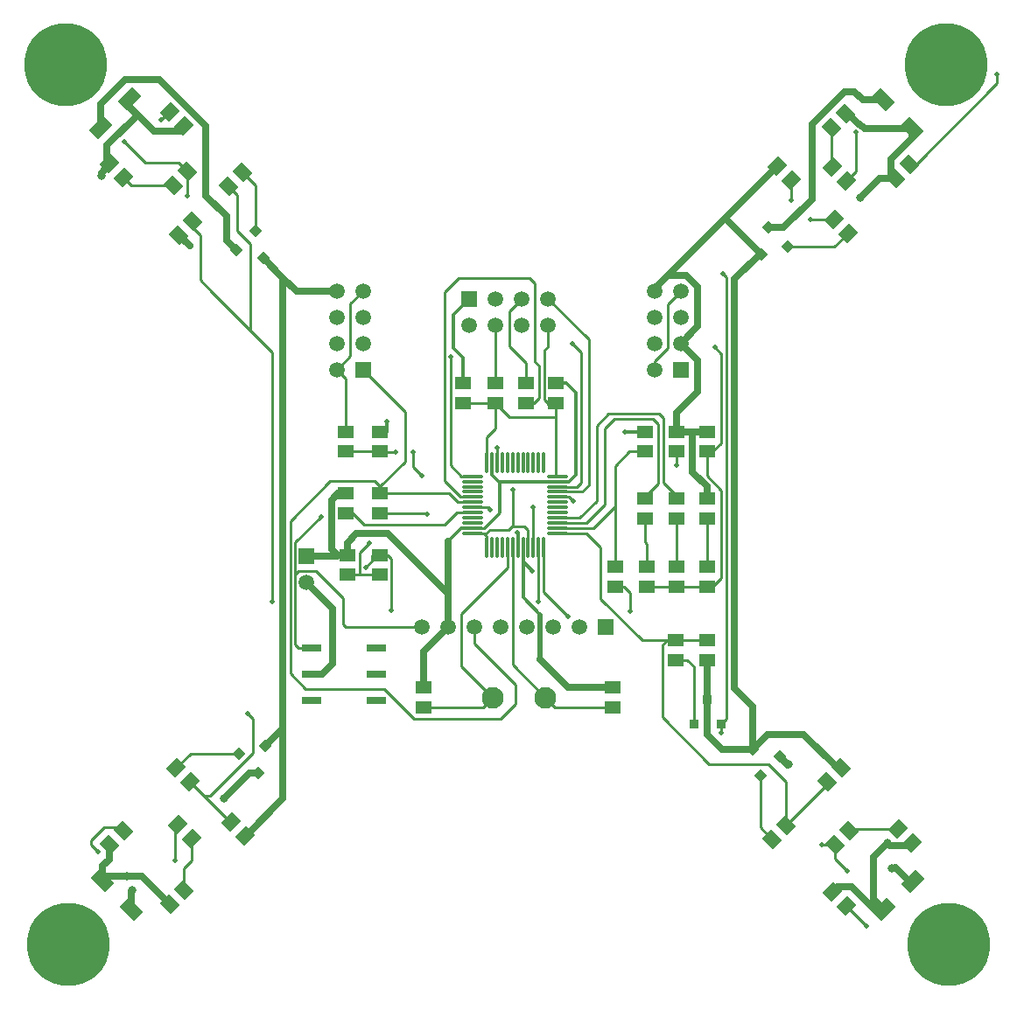
<source format=gtl>
%FSLAX25Y25*%
%MOIN*%
G70*
G01*
G75*
G04 Layer_Physical_Order=1*
G04 Layer_Color=255*
%ADD10R,0.05906X0.05118*%
%ADD11R,0.07480X0.02756*%
G04:AMPARAMS|DCode=12|XSize=59.06mil|YSize=51.18mil|CornerRadius=0mil|HoleSize=0mil|Usage=FLASHONLY|Rotation=315.000|XOffset=0mil|YOffset=0mil|HoleType=Round|Shape=Rectangle|*
%AMROTATEDRECTD12*
4,1,4,-0.03897,0.00278,-0.00278,0.03897,0.03897,-0.00278,0.00278,-0.03897,-0.03897,0.00278,0.0*
%
%ADD12ROTATEDRECTD12*%

G04:AMPARAMS|DCode=13|XSize=59.06mil|YSize=51.18mil|CornerRadius=0mil|HoleSize=0mil|Usage=FLASHONLY|Rotation=225.000|XOffset=0mil|YOffset=0mil|HoleType=Round|Shape=Rectangle|*
%AMROTATEDRECTD13*
4,1,4,0.00278,0.03897,0.03897,0.00278,-0.00278,-0.03897,-0.03897,-0.00278,0.00278,0.03897,0.0*
%
%ADD13ROTATEDRECTD13*%

%ADD14O,0.08268X0.01181*%
%ADD15O,0.01181X0.08268*%
G04:AMPARAMS|DCode=16|XSize=78.74mil|YSize=47.24mil|CornerRadius=0mil|HoleSize=0mil|Usage=FLASHONLY|Rotation=225.000|XOffset=0mil|YOffset=0mil|HoleType=Round|Shape=Rectangle|*
%AMROTATEDRECTD16*
4,1,4,0.01114,0.04454,0.04454,0.01114,-0.01114,-0.04454,-0.04454,-0.01114,0.01114,0.04454,0.0*
%
%ADD16ROTATEDRECTD16*%

G04:AMPARAMS|DCode=17|XSize=78.74mil|YSize=47.24mil|CornerRadius=0mil|HoleSize=0mil|Usage=FLASHONLY|Rotation=135.000|XOffset=0mil|YOffset=0mil|HoleType=Round|Shape=Rectangle|*
%AMROTATEDRECTD17*
4,1,4,0.04454,-0.01114,0.01114,-0.04454,-0.04454,0.01114,-0.01114,0.04454,0.04454,-0.01114,0.0*
%
%ADD17ROTATEDRECTD17*%

G04:AMPARAMS|DCode=18|XSize=35.43mil|YSize=37.4mil|CornerRadius=0mil|HoleSize=0mil|Usage=FLASHONLY|Rotation=225.000|XOffset=0mil|YOffset=0mil|HoleType=Round|Shape=Rectangle|*
%AMROTATEDRECTD18*
4,1,4,-0.00070,0.02575,0.02575,-0.00070,0.00070,-0.02575,-0.02575,0.00070,-0.00070,0.02575,0.0*
%
%ADD18ROTATEDRECTD18*%

G04:AMPARAMS|DCode=19|XSize=35.43mil|YSize=37.4mil|CornerRadius=0mil|HoleSize=0mil|Usage=FLASHONLY|Rotation=225.000|XOffset=0mil|YOffset=0mil|HoleType=Round|Shape=Rectangle|*
%AMROTATEDRECTD19*
4,1,4,-0.00070,0.02575,0.02575,-0.00070,0.00070,-0.02575,-0.02575,0.00070,-0.00070,0.02575,0.0*
%
%ADD19ROTATEDRECTD19*%

G04:AMPARAMS|DCode=20|XSize=35.43mil|YSize=37.4mil|CornerRadius=0mil|HoleSize=0mil|Usage=FLASHONLY|Rotation=315.000|XOffset=0mil|YOffset=0mil|HoleType=Round|Shape=Rectangle|*
%AMROTATEDRECTD20*
4,1,4,-0.02575,-0.00070,0.00070,0.02575,0.02575,0.00070,-0.00070,-0.02575,-0.02575,-0.00070,0.0*
%
%ADD20ROTATEDRECTD20*%

G04:AMPARAMS|DCode=21|XSize=35.43mil|YSize=37.4mil|CornerRadius=0mil|HoleSize=0mil|Usage=FLASHONLY|Rotation=315.000|XOffset=0mil|YOffset=0mil|HoleType=Round|Shape=Rectangle|*
%AMROTATEDRECTD21*
4,1,4,-0.02575,-0.00070,0.00070,0.02575,0.02575,0.00070,-0.00070,-0.02575,-0.02575,-0.00070,0.0*
%
%ADD21ROTATEDRECTD21*%

%ADD22R,0.03543X0.03740*%
%ADD23R,0.03543X0.03740*%
%ADD24C,0.01063*%
%ADD25C,0.01181*%
%ADD26C,0.02756*%
%ADD27C,0.01969*%
%ADD28C,0.05906*%
%ADD29R,0.05906X0.05906*%
%ADD30R,0.05906X0.05906*%
%ADD31C,0.31496*%
%ADD32C,0.08268*%
%ADD33C,0.01969*%
%ADD34C,0.03150*%
D10*
X453500Y801760D02*
D03*
Y809240D02*
D03*
X442000Y801760D02*
D03*
Y809240D02*
D03*
X430000Y801760D02*
D03*
Y809240D02*
D03*
X453500Y783240D02*
D03*
Y775760D02*
D03*
X442000Y783240D02*
D03*
Y775760D02*
D03*
X430500Y783240D02*
D03*
Y775760D02*
D03*
X384500Y845760D02*
D03*
Y853240D02*
D03*
X373000D02*
D03*
Y845760D02*
D03*
X360500Y853240D02*
D03*
Y845760D02*
D03*
X316500Y787740D02*
D03*
Y780260D02*
D03*
X453500Y834740D02*
D03*
Y827260D02*
D03*
X396000Y853240D02*
D03*
Y845760D02*
D03*
X453500Y747760D02*
D03*
Y755240D02*
D03*
X441500Y747760D02*
D03*
Y755240D02*
D03*
X329000Y827260D02*
D03*
Y834740D02*
D03*
X316000Y827260D02*
D03*
Y834740D02*
D03*
X329000Y780260D02*
D03*
Y787740D02*
D03*
Y803760D02*
D03*
Y811240D02*
D03*
X316000D02*
D03*
Y803760D02*
D03*
X442000Y834740D02*
D03*
Y827260D02*
D03*
X418500Y783240D02*
D03*
Y775760D02*
D03*
X430000Y827260D02*
D03*
Y834740D02*
D03*
X417500Y737240D02*
D03*
Y729760D02*
D03*
X345500D02*
D03*
Y737240D02*
D03*
D11*
X327500Y732500D02*
D03*
Y742500D02*
D03*
Y752500D02*
D03*
X303000Y732500D02*
D03*
Y742500D02*
D03*
Y752500D02*
D03*
D12*
X507645Y682645D02*
D03*
X502355Y677355D02*
D03*
X478355Y679355D02*
D03*
X483645Y684645D02*
D03*
X504645Y706645D02*
D03*
X499355Y701355D02*
D03*
X506145Y956145D02*
D03*
X500855Y950855D02*
D03*
X525355Y931355D02*
D03*
X530645Y936645D02*
D03*
X250355Y928855D02*
D03*
X255645Y934145D02*
D03*
X248855Y654855D02*
D03*
X254145Y660145D02*
D03*
X225855Y677355D02*
D03*
X231145Y682645D02*
D03*
X276645Y933645D02*
D03*
X271355Y928355D02*
D03*
X252355Y909855D02*
D03*
X257645Y915145D02*
D03*
D13*
X531463Y678037D02*
D03*
X526173Y683327D02*
D03*
X501173Y659327D02*
D03*
X506463Y654037D02*
D03*
X507145Y910355D02*
D03*
X501855Y915645D02*
D03*
X480355Y936145D02*
D03*
X485645Y930855D02*
D03*
X501355Y935645D02*
D03*
X506645Y930355D02*
D03*
X257145Y679855D02*
D03*
X251855Y685145D02*
D03*
X277645Y680855D02*
D03*
X272355Y686145D02*
D03*
X251355Y706645D02*
D03*
X256645Y701355D02*
D03*
X254145Y951355D02*
D03*
X248855Y956645D02*
D03*
X225855Y937145D02*
D03*
X231145Y931855D02*
D03*
D14*
X364358Y796173D02*
D03*
Y798142D02*
D03*
X364358Y800110D02*
D03*
Y802079D02*
D03*
Y804047D02*
D03*
Y806016D02*
D03*
Y807984D02*
D03*
Y809953D02*
D03*
Y811921D02*
D03*
Y813890D02*
D03*
X364358Y815858D02*
D03*
Y817827D02*
D03*
X396642D02*
D03*
Y815858D02*
D03*
X396642Y813890D02*
D03*
Y811921D02*
D03*
Y809953D02*
D03*
Y807984D02*
D03*
Y806016D02*
D03*
Y804047D02*
D03*
Y802079D02*
D03*
Y800110D02*
D03*
X396642Y798142D02*
D03*
Y796173D02*
D03*
D15*
X369673Y823142D02*
D03*
X371642D02*
D03*
X373610Y823142D02*
D03*
X375579D02*
D03*
X377547D02*
D03*
X379516D02*
D03*
X381484D02*
D03*
X383453D02*
D03*
X385421D02*
D03*
X387390D02*
D03*
X389358Y823142D02*
D03*
X391327D02*
D03*
Y790858D02*
D03*
X389358D02*
D03*
X387390Y790858D02*
D03*
X385421D02*
D03*
X383453D02*
D03*
X381484D02*
D03*
X379516D02*
D03*
X377547D02*
D03*
X375579D02*
D03*
X373610D02*
D03*
X371642Y790858D02*
D03*
X369673D02*
D03*
D16*
X521105Y652581D02*
D03*
X532065Y663542D02*
D03*
X233713Y961601D02*
D03*
X222753Y950640D02*
D03*
D17*
X223399Y663713D02*
D03*
X234360Y652753D02*
D03*
X531601Y950287D02*
D03*
X520640Y961247D02*
D03*
D18*
X284544Y901116D02*
D03*
X281707Y911364D02*
D03*
X470956Y713884D02*
D03*
X473793Y703636D02*
D03*
D19*
X274282Y903939D02*
D03*
X481218Y711061D02*
D03*
D20*
X285384Y715044D02*
D03*
X275136Y712207D02*
D03*
X474116Y902456D02*
D03*
X484364Y905293D02*
D03*
D21*
X282561Y704782D02*
D03*
X476939Y912718D02*
D03*
D22*
X453740Y732752D02*
D03*
X448500Y723500D02*
D03*
D23*
X459000D02*
D03*
D24*
X442000Y809240D02*
Y810500D01*
X437000Y815500D02*
X442000Y810500D01*
X437000Y815500D02*
Y839971D01*
X433000Y839809D02*
X435000Y837809D01*
Y815000D02*
Y837809D01*
X430000Y810000D02*
X435000Y815000D01*
X435311Y841660D02*
X437000Y839971D01*
X388000Y861400D02*
X389500Y859900D01*
Y847600D02*
Y859900D01*
X387660Y845760D02*
X389500Y847600D01*
X378260Y840500D02*
X396000D01*
X373000Y845760D02*
X378260Y840500D01*
X392940Y844940D02*
Y845760D01*
X483645Y684645D02*
Y701355D01*
X476900Y708100D02*
X483645Y701355D01*
X454400Y708100D02*
X476900D01*
X365000Y754000D02*
X380500Y738500D01*
Y731000D02*
Y738500D01*
X375000Y725500D02*
X380500Y731000D01*
X365000Y754000D02*
Y760500D01*
X379516Y745984D02*
Y790858D01*
Y745984D02*
X392000Y733500D01*
X405500Y815500D02*
Y865200D01*
X403890Y813890D02*
X405500Y815500D01*
X396642Y813890D02*
X403890D01*
X402200Y868500D02*
X405500Y865200D01*
X393000Y885500D02*
X408500Y870000D01*
Y814500D02*
Y870000D01*
X405921Y811921D02*
X408500Y814500D01*
X411500Y837100D02*
X416060Y841660D01*
X411500Y808500D02*
Y837100D01*
X405079Y802079D02*
X411500Y808500D01*
X396642Y802079D02*
X405079D01*
X396642Y811921D02*
X405921D01*
X391327Y773623D02*
X400450Y764500D01*
X391327Y773623D02*
Y790858D01*
X316500Y780260D02*
X325933D01*
X321297D02*
Y788697D01*
X323600Y783200D02*
X326000Y785600D01*
X321297Y788697D02*
X324850Y792250D01*
X436500Y726000D02*
X454400Y708100D01*
X436500Y726000D02*
Y753300D01*
X358516Y807984D02*
X364358D01*
X355260Y811240D02*
X358516Y807984D01*
X329000Y811240D02*
X355260D01*
X359547Y809953D02*
X364358D01*
X353500Y816000D02*
X359547Y809953D01*
X353500Y816000D02*
Y888000D01*
X360000Y765353D02*
X377547Y782900D01*
X360000Y745500D02*
Y765353D01*
Y745500D02*
X372000Y733500D01*
X317706Y863706D02*
Y883706D01*
X312500Y858500D02*
X317706Y863706D01*
X341500Y821500D02*
X345000Y818000D01*
X341500Y821500D02*
Y827000D01*
X338500Y823500D02*
Y842500D01*
X329000Y814000D02*
X338500Y823500D01*
X322500Y858500D02*
X338500Y842500D01*
X329000Y827260D02*
X329260Y827000D01*
X335000D01*
X327000Y816000D02*
X329000Y814000D01*
Y811240D02*
Y814000D01*
X310100Y816000D02*
X327000D01*
X294800Y800700D02*
X310100Y816000D01*
X276645Y933645D02*
X281707Y928582D01*
X564100Y967600D02*
Y971200D01*
X533145Y936645D02*
X564100Y967600D01*
X530645Y936645D02*
X533145D01*
X510300Y934010D02*
Y949000D01*
X506645Y930355D02*
X510300Y934010D01*
X280500Y712500D02*
Y725400D01*
X264128Y696128D02*
X280500Y712500D01*
X261872Y696128D02*
X264128D01*
X500855Y936145D02*
Y953855D01*
Y936145D02*
X501355Y935645D01*
X502082Y905293D02*
X507145Y910355D01*
X484364Y905293D02*
X502082D01*
X410142Y798142D02*
X418500Y806500D01*
X436500Y753300D02*
X438440Y755240D01*
X459000Y723500D02*
X461000Y725500D01*
X507645Y682645D02*
X508327Y683327D01*
X219000Y678900D02*
X224100Y684000D01*
X219000Y677336D02*
Y678900D01*
Y677336D02*
X221600Y674736D01*
X229789Y684000D02*
X231145Y682645D01*
X224100Y684000D02*
X229789D01*
X251355Y706645D02*
X256918Y712207D01*
X252290Y937500D02*
X255645Y934145D01*
X239500Y937500D02*
X252290D01*
X231500Y945500D02*
X239500Y937500D01*
X234145Y928855D02*
X250355D01*
X231145Y931855D02*
X234145Y928855D01*
X473793Y683918D02*
X478355Y679355D01*
X473793Y683918D02*
Y703636D01*
X459000Y830500D02*
Y864500D01*
X455760Y827260D02*
X459000Y830500D01*
X453500Y827260D02*
X455760D01*
X456500Y867000D02*
X459000Y864500D01*
Y779000D02*
Y812500D01*
X453500Y818000D02*
X459000Y812500D01*
X453500Y818000D02*
Y827260D01*
X455760Y775760D02*
X459000Y779000D01*
X453500Y775760D02*
X455760D01*
X459700Y894900D02*
X461000Y893600D01*
Y725500D02*
Y893600D01*
X271855Y686145D02*
X272355D01*
X256645Y701355D02*
X271855Y686145D01*
X256145Y914145D02*
X260500Y909789D01*
Y892572D02*
Y909789D01*
Y892572D02*
X265072Y888000D01*
X483645Y684645D02*
X499355Y700355D01*
Y701355D01*
X377994Y797500D02*
X379194Y798700D01*
X370823Y797500D02*
X377994D01*
X368998Y795675D02*
X370823Y797500D01*
X368642Y798142D02*
X374600Y804100D01*
X364358Y798142D02*
X368642D01*
X323000Y799500D02*
X353600D01*
X318740Y803760D02*
X323000Y799500D01*
X316000Y803760D02*
X318740D01*
X353600Y799500D02*
X358147Y804047D01*
X368998Y795675D02*
X369673Y795000D01*
X368500Y796173D02*
X368998Y795675D01*
X369673Y790858D02*
Y795000D01*
X364358Y796173D02*
X368500D01*
X385421Y790858D02*
Y797379D01*
X384100Y798700D02*
X385421Y797379D01*
X329000Y803760D02*
X346740D01*
X347000Y803500D01*
X296700Y792700D02*
X306500Y802500D01*
X296700Y780500D02*
Y792700D01*
X265072Y888000D02*
X288000Y865072D01*
Y770000D02*
Y865072D01*
X278500Y727400D02*
X280500Y725400D01*
X304600Y781800D02*
X315000Y771400D01*
Y761500D02*
Y771400D01*
Y761500D02*
X316000Y760500D01*
X271355Y928355D02*
X274500Y925211D01*
Y911500D02*
Y925211D01*
Y911500D02*
X279500Y906500D01*
Y874000D02*
Y906500D01*
X296700Y753800D02*
Y780500D01*
X326000Y785600D02*
Y787740D01*
X438440Y755240D02*
X441500D01*
X429060D02*
X438440D01*
X418500Y792000D02*
Y821760D01*
X506463Y653800D02*
X507064D01*
X392940Y845760D02*
X396000D01*
X379600Y798700D02*
X384100D01*
X379194D02*
X379600D01*
X373610Y823142D02*
Y828600D01*
X326000Y787740D02*
X329000D01*
X364358Y806016D02*
X370700Y806000D01*
X370684Y806016D02*
X370700Y806000D01*
X364358Y806016D02*
X370684D01*
X294800Y742700D02*
Y800700D01*
Y742700D02*
X300700Y736800D01*
X330600D01*
X341900Y725500D01*
X375000D01*
X381400Y796300D02*
X381484Y796216D01*
X316000Y827260D02*
X329000D01*
X389358Y769900D02*
Y790858D01*
X387390Y790858D02*
Y806090D01*
X395740Y729760D02*
X417500D01*
X392000Y733500D02*
X395740Y729760D01*
X345500D02*
X368260D01*
X372000Y733500D01*
X234360Y659760D02*
X234700Y660100D01*
X497145Y677355D02*
X502355D01*
X255645Y924700D02*
Y934145D01*
X433500Y858500D02*
Y861800D01*
X438500Y866800D01*
Y883500D01*
X443500Y888500D01*
X396000Y818468D02*
Y845760D01*
Y818468D02*
X396642Y817827D01*
X379600Y798700D02*
Y812600D01*
X325933Y780260D02*
X329000Y780260D01*
X316000Y834740D02*
Y855000D01*
X312500Y858500D02*
X316000Y855000D01*
X384500Y853240D02*
Y861200D01*
X378300Y867400D02*
X384500Y861200D01*
X378300Y867400D02*
Y880800D01*
X383000Y885500D01*
X358147Y804047D02*
X364358D01*
X442000Y821900D02*
Y827260D01*
X401047Y809953D02*
X402600Y808400D01*
X396642Y809953D02*
X401047D01*
X396642Y800110D02*
X407510D01*
X414500Y807100D01*
Y836000D01*
X418309Y839809D01*
X433000D01*
X430000Y809240D02*
Y810000D01*
X416060Y841660D02*
X435311D01*
X424200Y766400D02*
Y773560D01*
X422000Y775760D02*
X424200Y773560D01*
X418500Y775760D02*
X422000D01*
X355900Y821927D02*
Y863500D01*
Y821927D02*
X360000Y817827D01*
X364358D01*
X384500Y845760D02*
X387660D01*
X388000Y861400D02*
Y891400D01*
X386000Y893400D02*
X388000Y891400D01*
X358900Y893400D02*
X386000D01*
X353500Y888000D02*
X358900Y893400D01*
X418500Y783240D02*
Y792000D01*
X396642Y798142D02*
X410142D01*
X413100Y771200D02*
X429060Y755240D01*
X413100Y771200D02*
Y790623D01*
X407550Y796173D02*
X413100Y790623D01*
X396642Y796173D02*
X407550D01*
X485645Y922900D02*
Y930855D01*
X492900Y915645D02*
X501855D01*
X281707Y911364D02*
Y928582D01*
X459000Y719900D02*
Y723500D01*
X250855Y671255D02*
Y685145D01*
X317706Y883706D02*
X322500Y888500D01*
X316000Y760500D02*
X345000D01*
X298000Y781800D02*
X304600D01*
X296700Y780500D02*
X298000Y781800D01*
Y752500D02*
X303000D01*
X333300Y766800D02*
Y786440D01*
X332000Y787740D02*
X333300Y786440D01*
X329000Y787740D02*
X332000D01*
X248855Y956955D02*
Y959145D01*
X245600Y953700D02*
X248855Y956955D01*
X377547Y782900D02*
Y790858D01*
X502355Y672145D02*
Y677355D01*
Y672145D02*
X507000Y667500D01*
X506463Y653800D02*
Y654037D01*
X507064Y653800D02*
X514400Y646464D01*
X441500Y747760D02*
X446000D01*
X448500Y745260D01*
Y723500D02*
Y745260D01*
X296700Y753800D02*
X298000Y752500D01*
X508327Y683327D02*
X526173D01*
X424000Y827260D02*
X430000D01*
X418500Y821760D02*
X424000Y827260D01*
X369673Y823142D02*
Y832873D01*
X373000Y836200D01*
Y845760D01*
X393000Y867200D02*
Y875500D01*
X391700Y865900D02*
X393000Y867200D01*
X391700Y847000D02*
Y865900D01*
Y847000D02*
X392940Y845760D01*
X256918Y712207D02*
X275136D01*
X441500Y755240D02*
X453500D01*
X257145Y671400D02*
Y679855D01*
X254145Y668400D02*
X257145Y671400D01*
X254145Y660145D02*
Y668400D01*
X453500Y783240D02*
Y801760D01*
X442000Y783240D02*
Y801760D01*
X430000Y792700D02*
Y801760D01*
Y792700D02*
X430500Y792200D01*
Y783240D02*
Y792200D01*
Y775760D02*
X442000D01*
X453500D01*
X366700Y845760D02*
X373000D01*
X366700Y845760D02*
X366700Y845760D01*
X360500Y845760D02*
X366700D01*
X373000Y853240D02*
Y875500D01*
D25*
X399854Y853240D02*
X403500Y849594D01*
Y818358D02*
Y849594D01*
X401000Y815858D02*
X403500Y818358D01*
X464000Y893000D02*
X464044D01*
X503210Y706645D02*
X504645D01*
X374600Y804100D02*
Y815500D01*
X355000Y793142D02*
X360000Y798142D01*
X364358D01*
X374242Y815858D02*
X396642D01*
X374242D02*
X374600Y815500D01*
X357000Y879500D02*
X363000Y885500D01*
X357000Y866700D02*
Y879500D01*
Y866700D02*
X360500Y863200D01*
X256500Y905500D02*
Y905711D01*
X256000Y905500D02*
X256500D01*
X422140Y834740D02*
X430000D01*
X371642Y818458D02*
X374242Y815858D01*
X383453Y771700D02*
Y785400D01*
X331600Y834740D02*
Y838600D01*
X381484Y790858D02*
Y796216D01*
X383453Y771700D02*
X390000Y765153D01*
X277645Y680855D02*
X277900D01*
X396642Y815858D02*
X401000D01*
X396000Y853240D02*
X399854D01*
X371642Y818458D02*
Y823142D01*
X383453Y785400D02*
X387000Y781853D01*
X383453Y785400D02*
Y790858D01*
X329000Y834740D02*
X331600D01*
X360500Y853240D02*
Y863200D01*
X285300Y715044D02*
X285384D01*
X312940Y811240D02*
X316000D01*
D26*
X223000Y932500D02*
Y933500D01*
X225082Y935582D02*
Y944082D01*
X530458Y663542D02*
X532065D01*
X525250Y668750D02*
X530458Y663542D01*
X517000Y672737D02*
X522300Y678037D01*
X517000Y656686D02*
Y672737D01*
Y656686D02*
X521105Y652581D01*
X238211Y665500D02*
X248855Y654855D01*
X225186Y665500D02*
X238211D01*
X223399Y663713D02*
X225186Y665500D01*
X262700Y924800D02*
Y951300D01*
X245000Y969000D02*
X262700Y951300D01*
X232000Y969000D02*
X245000D01*
X253000Y949500D02*
X254145Y950645D01*
X243000Y949500D02*
X253000D01*
X222753Y959753D02*
X232000Y969000D01*
X222753Y950640D02*
Y959753D01*
X511605Y952150D02*
X513467Y950287D01*
X531601D01*
X511350Y952150D02*
X511605D01*
X507645Y955855D02*
X511350Y952150D01*
X506000Y964500D02*
X509605D01*
X493500Y952000D02*
X506000Y964500D01*
X493500Y923518D02*
Y952000D01*
X482700Y912718D02*
X493500Y923518D01*
X530500Y677000D02*
X531000Y676500D01*
X523337Y677000D02*
X530500D01*
X522300Y678037D02*
X523337Y677000D01*
X433500Y888500D02*
Y889289D01*
X480355Y936145D01*
X460573Y916000D02*
X474116Y902456D01*
X223000Y933500D02*
X225082Y935582D01*
Y944082D02*
X236557Y955557D01*
X450000Y875000D02*
Y890000D01*
X445500Y894500D02*
X450000Y890000D01*
X439500Y894500D02*
X445500D01*
X459116Y713884D02*
X470956D01*
X453740Y719260D02*
X459116Y713884D01*
X453740Y719260D02*
Y732752D01*
X332000Y796000D02*
X355000Y773000D01*
X320000Y796000D02*
X332000D01*
X316500Y792500D02*
X320000Y796000D01*
X316500Y787740D02*
Y792500D01*
X464044Y893000D02*
X473500Y902456D01*
X443500Y868500D02*
X450000Y875000D01*
X443500Y868500D02*
X450000Y862000D01*
Y850200D02*
Y862000D01*
X442000Y842200D02*
X450000Y850200D01*
X490427Y719427D02*
X503210Y706645D01*
X476500Y719427D02*
X490427D01*
X470956Y713884D02*
X476500Y719427D01*
X447700Y834740D02*
X453500D01*
X448000Y819400D02*
Y834740D01*
Y819400D02*
X453500Y813900D01*
X355000Y760500D02*
Y793142D01*
X301000Y787500D02*
X312719D01*
X310500Y808800D02*
X312940Y811240D01*
X310500Y790200D02*
Y808800D01*
Y790200D02*
X312960Y787740D01*
X523500Y938699D02*
X531601Y946800D01*
X523500Y933211D02*
Y938699D01*
Y933211D02*
X525355Y931355D01*
X509605Y964500D02*
X512858Y961247D01*
X481218Y711061D02*
X484389Y707889D01*
X508481Y661500D02*
X517400Y652581D01*
X503347Y661500D02*
X508481D01*
X501173Y659327D02*
X503347Y661500D01*
X292100Y721760D02*
Y893560D01*
Y695055D02*
Y721760D01*
X285384Y715044D02*
X292100Y721760D01*
X301000Y777500D02*
X311000Y767500D01*
Y746500D02*
Y767500D01*
X307000Y742500D02*
X311000Y746500D01*
X262700Y924800D02*
X270500Y917000D01*
Y907722D02*
Y917000D01*
Y907722D02*
X274282Y903939D01*
X252355Y909855D02*
X256500Y905711D01*
X233713Y958400D02*
X236557Y955557D01*
X233713Y958787D02*
X243000Y949500D01*
X233713Y958787D02*
Y961601D01*
X292100Y893560D02*
X297160Y888500D01*
X284544Y901116D02*
X292100Y893560D01*
X277900Y680855D02*
X292100Y695055D01*
X234360Y652753D02*
Y659760D01*
X269500Y694900D02*
X279382Y704782D01*
X282561D01*
X470956Y713884D02*
Y730000D01*
X464000Y736956D02*
X470956Y730000D01*
X464000Y736956D02*
Y893000D01*
X390000Y748000D02*
X400760Y737240D01*
X417500D01*
X442000Y834740D02*
X447700Y834740D01*
X531601Y946800D02*
Y950287D01*
X517400Y652581D02*
X521105D01*
X303000Y742500D02*
X307000D01*
X512858Y961247D02*
X520640D01*
X476939Y912718D02*
X482700D01*
X519355Y931355D02*
X525355D01*
X512000Y924000D02*
X519355Y931355D01*
X233713Y958400D02*
Y961601D01*
X297160Y888500D02*
X312500D01*
X345500Y737240D02*
Y751000D01*
X355000Y760500D01*
X442000Y834740D02*
Y842200D01*
X453500Y809240D02*
Y813900D01*
X453740Y732752D02*
Y747760D01*
X225855Y671756D02*
Y677355D01*
X223399Y669300D02*
X225855Y671756D01*
X223399Y663713D02*
Y669300D01*
D27*
X390000Y748000D02*
Y765153D01*
D28*
X301000Y777500D02*
D03*
X393000Y885500D02*
D03*
Y875500D02*
D03*
X383000Y885500D02*
D03*
Y875500D02*
D03*
X373000Y885500D02*
D03*
Y875500D02*
D03*
X363000D02*
D03*
X443500Y868500D02*
D03*
Y878500D02*
D03*
Y888500D02*
D03*
X433500Y858500D02*
D03*
Y868500D02*
D03*
Y878500D02*
D03*
Y888500D02*
D03*
X322500Y868500D02*
D03*
Y878500D02*
D03*
Y888500D02*
D03*
X312500Y858500D02*
D03*
Y868500D02*
D03*
Y878500D02*
D03*
Y888500D02*
D03*
X345000Y760500D02*
D03*
X355000D02*
D03*
X365000D02*
D03*
X375000D02*
D03*
X385000D02*
D03*
X395000D02*
D03*
X405000D02*
D03*
D29*
X301000Y787500D02*
D03*
X443500Y858500D02*
D03*
X322500D02*
D03*
D30*
X363000Y885500D02*
D03*
X415000Y760500D02*
D03*
D31*
X545500Y639500D02*
D03*
X210318Y639318D02*
D03*
X544682Y974682D02*
D03*
X209318D02*
D03*
D32*
X392000Y733500D02*
D03*
X372000D02*
D03*
D33*
X400450Y764500D02*
D03*
X323600Y783200D02*
D03*
X335000Y827000D02*
D03*
X341500D02*
D03*
X456500Y867000D02*
D03*
X371000Y805000D02*
D03*
X324850Y792250D02*
D03*
X345000Y818000D02*
D03*
X347000Y803500D02*
D03*
X306500Y802500D02*
D03*
X288000Y770000D02*
D03*
X256500Y905500D02*
D03*
X402200Y868500D02*
D03*
X373610Y828600D02*
D03*
X381400Y796300D02*
D03*
X278500Y727400D02*
D03*
X389358Y769900D02*
D03*
X492900Y915645D02*
D03*
X387390Y806090D02*
D03*
X510300Y949000D02*
D03*
X497145Y677355D02*
D03*
X459700Y894900D02*
D03*
X255645Y924700D02*
D03*
X387000Y781853D02*
D03*
X379600Y812600D02*
D03*
X422140Y834740D02*
D03*
X442000Y821900D02*
D03*
X402600Y808400D02*
D03*
X331600Y838600D02*
D03*
X424200Y766400D02*
D03*
X355900Y863500D02*
D03*
X564100Y971200D02*
D03*
X485645Y922900D02*
D03*
X459000Y719900D02*
D03*
X250855Y671255D02*
D03*
X333300Y766800D02*
D03*
X245600Y953700D02*
D03*
X231500Y945500D02*
D03*
X507000Y667500D02*
D03*
X221600Y674736D02*
D03*
X514400Y646464D02*
D03*
D34*
X223000Y932500D02*
D03*
X484500Y708000D02*
D03*
X524000Y668500D02*
D03*
X232500Y665500D02*
D03*
X234700Y660100D02*
D03*
X269500Y694900D02*
D03*
X522300Y678037D02*
D03*
X512000Y924000D02*
D03*
M02*

</source>
